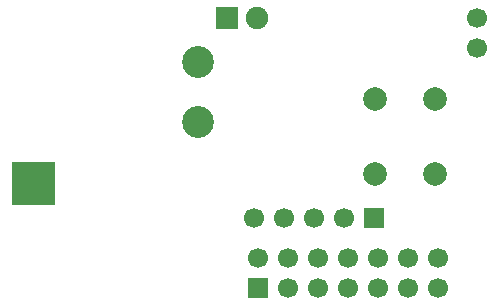
<source format=gbs>
%FSLAX24Y24*%
%MOIN*%
G70*
G01*
G75*
G04 Layer_Color=16711935*
%ADD10R,0.0354X0.0276*%
%ADD11R,0.0512X0.0591*%
%ADD12R,0.0276X0.0354*%
%ADD13R,0.0256X0.0630*%
%ADD14O,0.0118X0.1181*%
%ADD15O,0.1181X0.0118*%
%ADD16R,0.1358X0.1358*%
%ADD17O,0.0768X0.0236*%
%ADD18O,0.0236X0.0768*%
%ADD19R,0.0118X0.0315*%
%ADD20R,0.0315X0.0157*%
%ADD21R,0.0118X0.0787*%
%ADD22C,0.0120*%
%ADD23R,0.0335X0.0374*%
%ADD24C,0.0080*%
%ADD25C,0.0197*%
%ADD26C,0.0118*%
%ADD27C,0.0276*%
%ADD28C,0.0200*%
%ADD29C,0.0150*%
%ADD30C,0.0100*%
%ADD31C,0.0250*%
%ADD32C,0.0394*%
%ADD33C,0.0236*%
%ADD34C,0.0984*%
%ADD35C,0.0591*%
%ADD36R,0.0591X0.0591*%
%ADD37C,0.0709*%
%ADD38R,0.0669X0.0669*%
%ADD39C,0.0669*%
%ADD40C,0.0200*%
%ADD41C,0.0394*%
%ADD42C,0.0240*%
%ADD43C,0.0098*%
%ADD44C,0.0079*%
%ADD45C,0.0039*%
%ADD46C,0.0063*%
%ADD47R,0.0285X0.0354*%
%ADD48R,0.1181X0.2116*%
%ADD49R,0.0433X0.0354*%
%ADD50R,0.0591X0.0669*%
%ADD51R,0.0354X0.0433*%
%ADD52R,0.0335X0.0709*%
%ADD53O,0.0197X0.1260*%
%ADD54O,0.1260X0.0197*%
%ADD55R,0.1437X0.1437*%
%ADD56O,0.0846X0.0315*%
%ADD57O,0.0315X0.0846*%
%ADD58R,0.0197X0.0394*%
%ADD59R,0.0394X0.0236*%
%ADD60R,0.0157X0.0827*%
%ADD61C,0.0159*%
%ADD62R,0.0413X0.0453*%
%ADD63C,0.1063*%
%ADD64C,0.0787*%
%ADD65R,0.0748X0.0748*%
%ADD66C,0.0748*%
G36*
X5069Y19045D02*
X3632D01*
Y20482D01*
X5069D01*
Y19045D01*
D02*
G37*
D38*
X11850Y16299D02*
D03*
X15709Y18622D02*
D03*
D39*
X19134Y24303D02*
D03*
Y25303D02*
D03*
X17850Y17299D02*
D03*
Y16299D02*
D03*
X16850Y17299D02*
D03*
Y16299D02*
D03*
X15850Y17299D02*
D03*
Y16299D02*
D03*
X14850Y17299D02*
D03*
Y16299D02*
D03*
X13850Y17299D02*
D03*
Y16299D02*
D03*
X12850Y17299D02*
D03*
Y16299D02*
D03*
X11850Y17299D02*
D03*
X14709Y18622D02*
D03*
X13709D02*
D03*
X12709D02*
D03*
X11709D02*
D03*
D63*
X9843Y23835D02*
D03*
Y21835D02*
D03*
D64*
X15732Y20102D02*
D03*
Y22602D02*
D03*
X17732D02*
D03*
Y20102D02*
D03*
D65*
X10811Y25276D02*
D03*
D66*
X11811D02*
D03*
M02*

</source>
